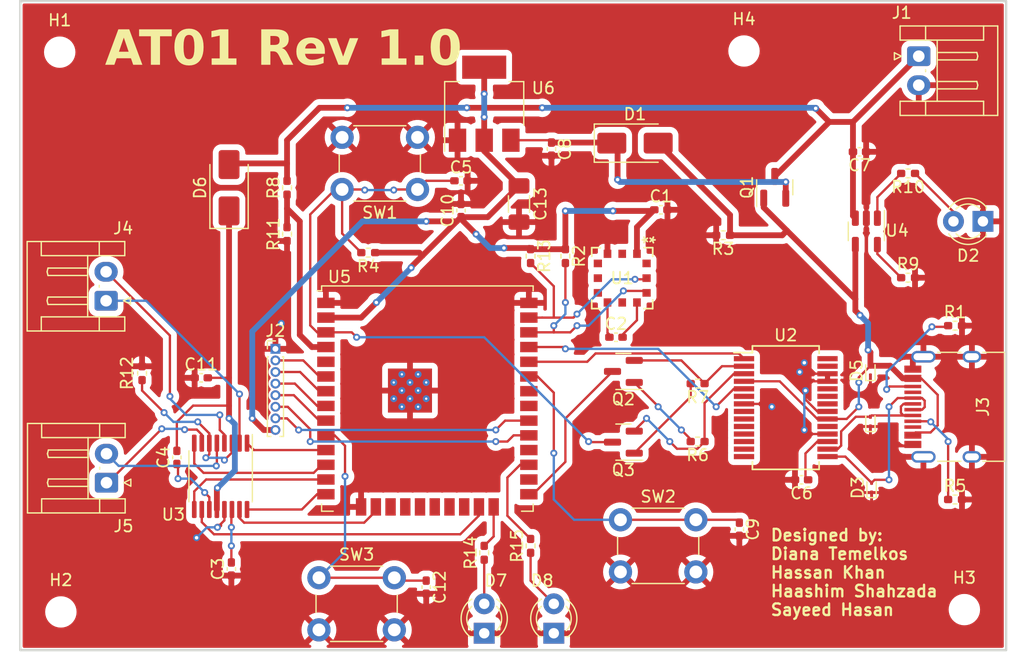
<source format=kicad_pcb>
(kicad_pcb (version 20221018) (generator pcbnew)
  (layers (0 "F.Cu" signal) (31 "B.Cu" signal) (34 "B.Paste" user) (35 "F.Paste" user) (36 "B.SilkS" user "B.Silkscreen") (37 "F.SilkS" user "F.Silkscreen") (38 "B.Mask" user) (39 "F.Mask" user) (44 "Edge.Cuts" user))
  (net 0 "")
  (net 1 "GND")
  (net 2 "Net-(U1-VO-)")
  (net 3 "Net-(U1-VO+)")
  (net 4 "Net-(U3-VINT)")
  (net 5 "Net-(U3-VCP)")
  (net 6 "3V3")
  (net 7 "Net-(U2-3V3OUT)")
  (net 8 "Net-(D1-K)")
  (net 9 "VBUS")
  (net 10 "Net-(D2-A)")
  (net 11 "Net-(U4-PROG)")
  (net 12 "Net-(U4-STAT)")
  (net 13 "Net-(U3-AISEN)")
  (net 20 "Net-(D6-K)")
  (net 21 "EN")
  (net 22 "VBAT")
  (net 23 "Net-(D3-A2)")
  (net 36 "Net-(D4-A2)")
  (net 37 "MOSI")
  (net 38 "SCK")
  (net 39 "CS")
  (net 40 "DC_SCREEN")
  (net 41 "RST_SCREEN")
  (net 42 "BL_SCREEN")
  (net 43 "Net-(Q2-S)")
  (net 44 "GPIO0")
  (net 45 "Net-(Q3-S)")
  (net 46 "SCL")
  (net 47 "SDA")
  (net 48 "RXD0")
  (net 54 "TXD0")
  (net 55 "DRV_SLEEP")
  (net 56 "DRV_FAULT")
  (net 57 "SOLENOID_PIN_1")
  (net 58 "SOLENOID_PIN_2")
  (net 60 "MOTOR_PIN_2")
  (net 61 "Net-(J3-CC1)")
  (net 62 "MOTOR_PIN_1")
  (net 63 "Net-(J3-CC2)")
  (net 64 "Net-(Q2-G)")
  (net 65 "Net-(Q3-G)")
  (net 71 "Net-(U5-IO21)")
  (net 72 "Net-(U5-IO25)")
  (net 73 "Net-(D7-A)")
  (net 74 "Net-(D8-A)")
  (net 75 "Net-(J4-Pin_1)")
  (net 76 "Net-(J4-Pin_2)")
  (net 77 "Net-(J5-Pin_1)")
  (net 78 "Net-(J5-Pin_2)")
  (net 79 "Net-(U5-SENSOR_VP)")
  (net 80 "Net-(U5-IO2)")
  (net 81 "Net-(U5-IO16)")
  (footprint "Package_TO_SOT_SMD:SOT-23" (layer "F.Cu") (at 170.05 88.0625 90)
    (fp_text reference "Q1")
    (fp_text value "DMG2301L")
  )
  (footprint "MountingHole:MountingHole_2.2mm_M2_ISO7380" (layer "F.Cu") (at 186.4 124.5)
    (fp_text reference "H3")
    (fp_text value "MountingHole")
  )
  (footprint "Package_TO_SOT_SMD:SOT-23" (layer "F.Cu") (at 157 110.05 180)
    (fp_text reference "Q3")
    (fp_text value "2N7002")
  )
  (footprint "Connector_JST:JST_EH_S2B-EH_1x02_P2.50mm_Horizontal" (layer "F.Cu") (at 112.4325 113.55 90)
    (fp_text reference "J5")
    (fp_text value "Solenoid Valve Connector")
  )
  (footprint "LED_THT:LED_D3.0mm" (layer "F.Cu") (at 151 126.54 90)
    (fp_text reference "D8")
    (fp_text value "LED")
  )
  (footprint "Capacitor_SMD:C_0402_1005Metric_Pad0.74x0.62mm_HandSolder" (layer "F.Cu") (at 123.2 121 90)
    (fp_text reference "C3")
    (fp_text value "2.2uF")
  )
  (footprint "Resistor_SMD:R_0402_1005Metric_Pad0.72x0.64mm_HandSolder" (layer "F.Cu") (at 165.6 92.2 180)
    (fp_text reference "R3")
    (fp_text value "100K")
  )
  (footprint "Resistor_SMD:R_0402_1005Metric_Pad0.72x0.64mm_HandSolder" (layer "F.Cu") (at 145 119.5975 90)
    (fp_text reference "R14")
    (fp_text value "5.1K")
  )
  (footprint "Package_TO_SOT_SMD:SOT-223-3_TabPin2" (layer "F.Cu") (at 145 80.85 90)
    (fp_text reference "U6")
    (fp_text value "LM1117MP-3.3")
  )
  (footprint "Connector_JST:JST_EH_S2B-EH_1x02_P2.50mm_Horizontal" (layer "F.Cu") (at 182.4675 76.75 -90)
    (fp_text reference "J1")
    (fp_text value "JST Connector")
  )
  (footprint "Package_TO_SOT_SMD:SOT-23-5" (layer "F.Cu") (at 177.95 91.8625 -90)
    (fp_text reference "U4")
    (fp_text value "MCP73831-2-OT")
  )
  (footprint "Capacitor_SMD:C_0402_1005Metric_Pad0.74x0.62mm_HandSolder" (layer "F.Cu") (at 167 117.5675 -90)
    (fp_text reference "C9")
    (fp_text value "1uF")
  )
  (footprint "MPRLS0025PA00001A:MPRLS_HNW" (layer "F.Cu") (at 156.900055 95.900002 -90)
    (fp_text reference "U1")
    (fp_text value "MPRLS0025PA00001A")
  )
  (footprint "Capacitor_SMD:C_0402_1005Metric_Pad0.74x0.62mm_HandSolder" (layer "F.Cu") (at 177.3625 85 180)
    (fp_text reference "C7")
    (fp_text value "4.7uF")
  )
  (footprint "LED_THT:LED_D3.0mm" (layer "F.Cu") (at 145 126.54 90)
    (fp_text reference "D7")
    (fp_text value "LED")
  )
  (footprint "RF_Module:ESP32-WROOM-32U" (layer "F.Cu") (at 140.1 106.29)
    (fp_text reference "U5")
    (fp_text value "ESP32-WROOM-32")
  )
  (footprint "Capacitor_SMD:C_0402_1005Metric_Pad0.74x0.62mm_HandSolder" (layer "F.Cu") (at 156.3625 101)
    (fp_text reference "C2")
    (fp_text value "1nF")
  )
  (footprint "Capacitor_SMD:C_0402_1005Metric_Pad0.74x0.62mm_HandSolder" (layer "F.Cu") (at 118.5 111.3675 90)
    (fp_text reference "C4")
    (fp_text value "0.01uF")
  )
  (footprint "Capacitor_SMD:C_0402_1005Metric_Pad0.74x0.62mm_HandSolder" (layer "F.Cu") (at 150.8 84.7675 -90)
    (fp_text reference "C8")
    (fp_text value "10uF")
  )
  (footprint "Package_TO_SOT_SMD:SOT-23" (layer "F.Cu") (at 157 103.95 180)
    (fp_text reference "Q2")
    (fp_text value "2N7002")
  )
  (footprint "Diode_SMD:D_SOD-923" (layer "F.Cu") (at 178.3 108.28 90)
    (fp_text reference "D4" hide)
    (fp_text value "ESD9B3.3ST5G")
  )
  (footprint "Diode_SMD:D_SMA" (layer "F.Cu") (at 123 88.1 90)
    (fp_text reference "D6")
    (fp_text value "B120-E3")
  )
  (footprint "Resistor_SMD:R_0402_1005Metric_Pad0.72x0.64mm_HandSolder" (layer "F.Cu") (at 128 92.1 90)
    (fp_text reference "R11")
    (fp_text value "10K")
  )
  (footprint "Capacitor_SMD:C_0402_1005Metric_Pad0.74x0.62mm_HandSolder" (layer "F.Cu") (at 120.6 104.5)
    (fp_text reference "C11")
    (fp_text value "10uF")
  )
  (footprint "Resistor_SMD:R_0402_1005Metric_Pad0.72x0.64mm_HandSolder" (layer "F.Cu") (at 181.5475 95.8625)
    (fp_text reference "R9")
    (fp_text value "5.1K")
  )
  (footprint "LED_THT:LED_D3.0mm" (layer "F.Cu") (at 188 91 180)
    (fp_text reference "D2")
    (fp_text value "LED")
  )
  (footprint "Button_Switch_THT:SW_PUSH_6mm" (layer "F.Cu") (at 139.25 88.25 180)
    (fp_text reference "SW1")
    (fp_text value "SW_Push")
  )
  (footprint "Capacitor_SMD:C_0402_1005Metric_Pad0.74x0.62mm_HandSolder" (layer "F.Cu") (at 143 90.0675 90)
    (fp_text reference "C10")
    (fp_text value "100uF")
  )
  (footprint "Capacitor_SMD:C_0402_1005Metric_Pad0.74x0.62mm_HandSolder" (layer "F.Cu") (at 160.2325 90)
    (fp_text reference "C1")
    (fp_text value "0.1uF")
  )
  (footprint "Capacitor_SMD:C_0402_1005Metric_Pad0.74x0.62mm_HandSolder" (layer "F.Cu") (at 140 122.5675 -90)
    (fp_text reference "C12")
    (fp_text value "1uF")
  )
  (footprint "Resistor_SMD:R_0402_1005Metric_Pad0.72x0.64mm_HandSolder" (layer "F.Cu") (at 152 94 -90)
    (fp_text reference "R2")
    (fp_text value "2.2K")
  )
  (footprint "Resistor_SMD:R_0402_1005Metric_Pad0.72x0.64mm_HandSolder" (layer "F.Cu") (at 185.5975 100)
    (fp_text reference "R1")
    (fp_text value "5.1K")
  )
  (footprint "Diode_SMD:D_SOD-923" (layer "F.Cu") (at 178.4 113.98 90)
    (fp_text reference "D3")
    (fp_text value "ESD9B3.3ST5G")
  )
  (footprint "Connector_USB:USB_C_Receptacle_HRO_TYPE-C-31-M-12" (layer "F.Cu") (at 186 107 90)
    (fp_text reference "J3")
    (fp_text value "USB_C_Receptacle_USB2.0")
  )
  (footprint "Resistor_SMD:R_0402_1005Metric_Pad0.72x0.64mm_HandSolder" (layer "F.Cu") (at 163.4025 105 180)
    (fp_text reference "R7")
    (fp_text value "5.1K")
  )
  (footprint "Button_Switch_THT:SW_PUSH_6mm" (layer "F.Cu") (at 156.75 116.75)
    (fp_text reference "SW2")
    (fp_text value "SW_Push")
  )
  (footprint "Resistor_SMD:R_0402_1005Metric_Pad0.72x0.64mm_HandSolder" (layer "F.Cu") (at 149 119 90)
    (fp_text reference "R15")
    (fp_text value "5.1K")
  )
  (footprint "MountingHole:MountingHole_2.2mm_M2_ISO7380" (layer "F.Cu") (at 167.4 76.3)
    (fp_text reference "H4")
    (fp_text value "MountingHole")
  )
  (footprint "Resistor_SMD:R_0402_1005Metric_Pad0.72x0.64mm_HandSolder" (layer "F.Cu") (at 115.5 104.1 -90)
    (fp_text reference "R12")
    (fp_text value "2.2K")
  )
  (footprint "Resistor_SMD:R_0402_1005Metric_Pad0.72x0.64mm_HandSolder" (layer "F.Cu") (at 135 93.7 180)
    (fp_text reference "R4")
    (fp_text value "10K")
  )
  (footprint "Resistor_SMD:R_0402_1005Metric_Pad0.72x0.64mm_HandSolder" (layer "F.Cu") (at 163.4025 110 180)
    (fp_text reference "R6")
    (fp_text value "5.1K")
  )
  (footprint "Capacitor_SMD:C_1206_3216Metric_Pad1.33x1.80mm_HandSolder" (layer "F.Cu") (at 148 89.5 -90)
    (fp_text reference "C13")
    (fp_text value "10uF")
  )
  (footprint "Package_SO:TSSOP-16_4.4x5mm_P0.65mm" (layer "F.Cu") (at 122.275 113 -90)
    (fp_text reference "U3")
    (fp_text value "DRV8833PW")
  )
  (footprint "Diode_SMD:D_SOD-923" (layer "F.Cu") (at 178.3 103.88 90)
    (fp_text reference "D5")
    (fp_text value "ESD9B3.3ST5G")
  )
  (footprint "Button_Switch_THT:SW_PUSH_6mm" (layer "F.Cu") (at 130.75 121.75)
    (fp_text reference "SW3")
    (fp_text value "SW_Push")
  )
  (footprint "Capacitor_SMD:C_0402_1005Metric_Pad0.74x0.62mm_HandSolder" (layer "F.Cu") (at 172.3625 113.3 180)
    (fp_text reference "C6")
    (fp_text value "10uF")
  )
  (footprint "MountingHole:MountingHole_2.2mm_M2_ISO7380" (layer "F.Cu") (at 108.4 76.4)
    (fp_text reference "H1")
    (fp_text value "MountingHole")
  )
  (footprint "Package_SO:SSOP-28_5.3x10.2mm_P0.65mm" (layer "F.Cu") (at 171 107.075)
    (fp_text reference "U2")
    (fp_text value "FT232RL")
  )
  (footprint "Resistor_SMD:R_0402_1005Metric_Pad0.72x0.64mm_HandSolder" (layer "F.Cu") (at 149 94 -90)
    (fp_text reference "R13")
    (fp_text value "2.2K")
  )
  (footprint "Capacitor_SMD:C_0402_1005Metric_Pad0.74x0.62mm_HandSolder" (layer "F.Cu") (at 143 87.5)
    (fp_text reference "C5")
    (fp_text value "1uF")
  )
  (footprint "MountingHole:MountingHole_2.2mm_M2_ISO7380" (layer "F.Cu") (at 108.5 124.7)
    (fp_text reference "H2")
    (fp_text value "MountingHole")
  )
  (footprint "Connector_PinHeader_1.00mm:PinHeader_1x08_P1.00mm_Vertical" (layer "F.Cu") (at 127 102)
    (fp_text reference "J2")
    (fp_text value "Conn_01x08")
  )
  (footprint "Diode_SMD:D_SMA" (layer "F.Cu") (at 158 84.25)
    (fp_text reference "D1")
    (fp_text value "B120-E3")
  )
  (footprint "Resistor_SMD:R_0402_1005Metric_Pad0.72x0.64mm_HandSolder" (layer "F.Cu") (at 185.5975 115)
    (fp_text reference "R5")
    (fp_text value "5.1K")
  )
  (footprint "Resistor_SMD:R_0402_1005Metric_Pad0.72x0.64mm_HandSolder" (layer "F.Cu") (at 181.5475 86.8625 180)
    (fp_text reference "R10")
    (fp_text value "5.1K")
  )
  (footprint "Connector_JST:JST_EH_S2B-EH_1x02_P2.50mm_Horizontal" (layer "F.Cu") (at 112.4 97.85 90)
    (fp_text reference "J4")
    (fp_text value "DC Pump Connector")
  )
  (footprint "Resistor_SMD:R_0402_1005Metric_Pad0.72x0.64mm_HandSolder" (layer "F.Cu") (at 128 88.1 90)
    (fp_text reference "R8")
    (fp_text value "20K")
  )
  (gr_rect (start 105 72) (end 190 128) (stroke (width 0.2)) (fill none) (layer "Edge.Cuts"))
  (gr_text "AT01 Rev 1.0" (at 112.3 78) (layer "F.SilkS") (effects (font (size 3 3) (thickness 0.2) bold) (justify left bottom)))
  (gr_text "Designed by:\nDiana Temelkos\nHassan Khan\nHaashim Shahzada\nSayeed Hasan" (at 169.6 125.1) (layer "F.SilkS") (effects (font (size 1 1) (thickness 0.2) bold) (justify left bottom)))
  (segment (start 127 100.3) (end 127.5 99.8) (width 0.2) (layer "F.Cu") (net 1))
  (segment (start 174.6 104.15) (end 173.55 104.15) (width 0.2) (layer "F.Cu") (net 1))
  (segment (start 172.7 105.6) (end 172.7 106.375) (width 0.2) (layer "F.Cu") (net 1))
  (segment (start 122.6 116.8) (end 122 117.4) (width 0.2) (layer "F.Cu") (net 1))
  (segment (start 169.55 106.75) (end 169.8 107) (width 0.2) (layer "F.Cu") (net 1))
  (segment (start 167.4 106.75) (end 169.55 106.75) (width 0.2) (layer "F.Cu") (net 1))
  (segment (start 173.55 104.15) (end 172.6 103.2) (width 0.2) (layer "F.Cu") (net 1))
  (segment (start 172.7 106.375) (end 173.725 107.4) (width 0.2) (layer "F.Cu") (net 1))
  (segment (start 173.725 107.4) (end 174.6 107.4) (width 0.2) (layer "F.Cu") (net 1))
  (segment (start 122.6 115.8625) (end 122.6 116.8) (width 0.2) (layer "F.Cu") (net 1))
  (segment (start 173 104.8) (end 172.2 104) (width 0.2) (layer "F.Cu") (net 1))
  (segment (start 127 102) (end 127 100.3) (width 0.2) (layer "F.Cu") (net 1))
  (segment (start 174.6 109.35) (end 172.95 109.35) (width 0.2) (layer "F.Cu") (net 1))
  (segment (start 174.6 104.8) (end 173 104.8) (width 0.2) (layer "F.Cu") (net 1))
  (segment (start 172.95 109.35) (end 172.6 109) (width 0.2) (layer "F.Cu") (net 1))
  (via (at 172.6 103.2) (size 0.6) (drill 0.3) (layers "F.Cu" "B.Cu") (net 1))
  (via (at 122 117.4) (size 0.6) (drill 0.3) (layers "F.Cu" "B.Cu") (net 1))
  (via (at 172.6 109) (size 0.6) (drill 0.3) (layers "F.Cu" "B.Cu") (net 1))
  (via (at 127.5 99.8) (size 0.6) (drill 0.3) (layers "F.Cu" "B.Cu") (net 1))
  (via (at 172.7 105.6) (size 0.6) (drill 0.3) (layers "F.Cu" "B.Cu") (net 1))
  (via (at 120.2 118.3) (size 0.6) (drill 0.3) (layers "F.Cu" "B.Cu") (net 1))
  (via (at 169.8 107) (size 0.6) (drill 0.3) (layers "F.Cu" "B.Cu") (net 1))
  (via (at 172.2 104) (size 0.6) (drill 0.3) (layers "F.Cu" "B.Cu") (net 1))
  (segment (start 172.6 109) (end 172.6 105.7) (width 0.2) (layer "B.Cu") (net 1))
  (segment (start 121.1 117.4) (end 120.2 118.3) (width 0.2) (layer "B.Cu") (net 1))
  (segment (start 172.6 105.7) (end 172.7 105.6) (width 0.2) (layer "B.Cu") (net 1))
  (segment (start 122 117.4) (end 121.1 117.4) (width 0.2) (layer "B.Cu") (net 1))
  (segment (start 155.630055 97.999947) (end 155.630055 100.605055) (width 0.2) (layer "F.Cu") (net 2))
  (segment (start 155.630055 100.605055) (end 156.025 101) (width 0.2) (layer "F.Cu") (net 2))
  (segment (start 158.170055 99.529945) (end 158.170055 97.999947) (width 0.2) (layer "F.Cu") (net 3))
  (segment (start 156.7 101) (end 158.170055 99.529945) (width 0.2) (layer "F.Cu") (net 3))
  (segment (start 123.2 117.4) (end 123.2 115.9125) (width 0.2) (layer "F.Cu") (net 4))
  (segment (start 123.2 115.9125) (end 123.25 115.8625) (width 0.2) (layer "F.Cu") (net 4))
  (segment (start 123.2 120.4325) (end 123.2 119) (width 0.2) (layer "F.Cu") (net 4))
  (via (at 123.2 117.4) (size 0.6) (drill 0.3) (layers "F.Cu" "B.Cu") (net 4))
  (via (at 123.2 119) (size 0.6) (drill 0.3) (layers "F.Cu" "B.Cu") (net 4))
  (segment (start 123.2 119) (end 123.2 117.4) (width 0.2) (layer "B.Cu") (net 4))
  (segment (start 121.3 115.8625) (end 121.3 114.8) (width 0.2) (layer "F.Cu") (net 5))
  (segment (start 118.6 113.2) (end 118.6 112.035) (width 0.2) (layer "F.Cu") (net 5))
  (segment (start 121.3 114.8) (end 120.9 114.4) (width 0.2) (layer "F.Cu") (net 5))
  (segment (start 118.6 112.035) (end 118.5 111.935) (width 0.2) (layer "F.Cu") (net 5))
  (via (at 118.6 113.2) (size 0.6) (drill 0.3) (layers "F.Cu" "B.Cu") (net 5))
  (via (at 120.9 114.4) (size 0.6) (drill 0.3) (layers "F.Cu" "B.Cu") (net 5))
  (segment (start 120.9 114.4) (end 119.7 113.2) (width 0.2) (layer "B.Cu") (net 5))
  (segment (start 119.7 113.2) (end 118.6 113.2) (width 0.2) (layer "B.Cu") (net 5))
  (segment (start 143 90.635) (end 143 90.8) (width 0.5) (layer "F.Cu") (net 6))
  (segment (start 156.1 90.1) (end 159.565 90.1) (width 0.5) (layer "F.Cu") (net 6))
  (segment (start 134.33 99.305) (end 134.395 99.305) (width 0.5) (layer "F.Cu") (net 6))
  (segment (start 143 90.635) (end 139.6675 93.9675) (width 0.5) (layer "F.Cu") (net 6))
  (segment (start 126 109) (end 125 108) (width 0.5) (layer "F.Cu") (net 6))
  (segment (start 139.4 93.7) (end 139.6675 93.9675) (width 0.5) (layer "F.Cu") (net 6))
  (segment (start 152 93.4025) (end 149 93.4025) (width 0.5) (layer "F.Cu") (net 6))
  (segment (start 148.8975 93.3) (end 149 93.4025) (width 0.5) (layer "F.Cu") (net 6))
  (segment (start 158.170055 93.800057) (end 158.170055 91.494945) (width 0.5) (layer "F.Cu") (net 6))
  (segment (start 152 93.4025) (end 152 90.1) (width 0.5) (layer "F.Cu") (net 6))
  (segment (start 142.635 91) (end 143 90.635) (width 0.5) (layer "F.Cu") (net 6))
  (segment (start 134.33 99.305) (end 131.35 99.305) (width 0.5) (layer "F.Cu") (net 6))
  (segment (start 140 91) (end 142.635 91) (width 0.5) (layer "F.Cu") (net 6))
  (segment (start 143 90.8) (end 144.3 92.1) (width 0.5) (layer "F.Cu") (net 6))
  (segment (start 148 87.9375) (end 145.3025 90.635) (width 0.5) (layer "F.Cu") (net 6))
  (segment (start 145.3025 90.635) (end 143 90.635) (width 0.5) (layer "F.Cu") (net 6))
  (segment (start 145 77.7) (end 145 80) (width 0.5) (layer "F.Cu") (net 6))
  (segment (start 146.7 93.3) (end 148.8975 93.3) (width 0.5) (layer "F.Cu") (net 6))
  (segment (start 145 84) (end 145 84.9375) (width 0.5) (layer "F.Cu") (net 6))
  (segment (start 159.565 90.1) (end 159.665 90) (width 0.5) (layer "F.Cu") (net 6))
  (segment (start 127 109) (end 126 109) (width 0.5) (layer "F.Cu") (net 6))
  (segment (start 145 82) (end 145 84) (width 0.5) (layer "F.Cu") (net 6))
  (segment (start 134.395 99.305) (end 135.7 98) (width 0.5) (layer "F.Cu") (net 6))
  (segment (start 145 84.9375) (end 148 87.9375) (width 0.5) (layer "F.Cu") (net 6))
  (segment (start 138.7 94.935) (end 139.6675 93.9675) (width 0.5) (layer "F.Cu") (net 6))
  (segment (start 138.7 95) (end 138.7 94.935) (width 0.5) (layer "F.Cu") (net 6))
  (segment (start 158.170055 91.494945) (end 159.665 90) (width 0.5) (layer "F.Cu") (net 6))
  (segment (start 135.5975 93.7) (end 139.4 93.7) (width 0.5) (layer "F.Cu") (net 6))
  (via (at 145 80) (size 0.6) (drill 0.3) (layers "F.Cu" "B.Cu") (net 6))
  (via (at 156.1 90.1) (size 0.6) (drill 0.3) (layers "F.Cu" "B.Cu") (net 6))
  (via (at 145 82) (size 0.6) (drill 0.3) (layers "F.Cu" "B.Cu") (net 6))
  (via (at 125 108) (size 0.6) (drill 0.3) (layers "F.Cu" "B.Cu") (net 6))
  (via (at 140 91) (size 0.6) (drill 0.3) (layers "F.Cu" "B.Cu") (net 6))
  (via (at 152 90.1) (size 0.6) (drill 0.3) (layers "F.Cu" "B.Cu") (net 6))
  (via (at 144.3 92.1) (size 0.6) (drill 0.3) (layers "F.Cu" "B.Cu") (net 6))
  (via (at 146.7 93.3) (size 0.6) (drill 0.3) (layers "F.Cu" "B.Cu") (net 6))
  (via (at 138.7 95) (size 0.6) (drill 0.3) (layers "F.Cu" "B.Cu") (net 6))
  (via (at 135.7 98) (size 0.6) (drill 0.3) (layers "F.Cu" "B.Cu") (net 6))
  (segment (start 145.5 93.3) (end 146.7 93.3) (width 0.5) (layer "B.Cu") (net 6))
  (segment (start 135.7 98) (end 138.7 95) (width 0.5) (layer "B.Cu") (net 6))
  (segment (start 144.3 92.1) (end 145.5 93.3) (width 0.5) (layer "B.Cu") (net 6))
  (segment (start 125 108) (end 125 100.5) (width 0.5) (layer "B.Cu") (net 6))
  (segment (start 145 80) (end 145 82) (width 0.5) (layer "B.Cu") (net 6))
  (segment (start 134.5 91) (end 140 91) (width 0.5) (layer "B.Cu") (net 6))
  (segment (start 125 100.5) (end 134.5 91) (width 0.5) (layer "B.Cu") (net 6))
  (segment (start 152 90.1) (end 156.1 90.1) (width 0.5) (layer "B.Cu") (net 6))
  (segment (start 174.6 110) (end 173.725 110) (width 0.2) (layer "F.Cu") (net 7))
  (segment (start 173.725 110) (end 172.7 111.025) (width 0.2) (layer "F.Cu") (net 7))
  (segment (start 172.7 111.025) (end 172.7 113.07) (width 0.2) (layer "F.Cu") (net 7))
  (segment (start 172.7 113.07) (end 172.93 113.3) (width 0.2) (layer "F.Cu") (net 7))
  (segment (start 147.3 84) (end 150.6 84) (width 0.2) (layer "F.Cu") (net 8))
  (segment (start 155.95 84.2) (end 156 84.25) (width 0.5) (layer "F.Cu") (net 8))
  (segment (start 150.6 84) (end 150.8 84.2) (width 0.2) (layer "F.Cu") (net 8))
  (segment (start 150.8 84.2) (end 155.95 84.2) (width 0.5) (layer "F.Cu") (net 8))
  (segment (start 156.5 84.75) (end 156 84.25) (width 0.5) (layer "F.Cu") (net 8))
  (segment (start 171 89) (end 171 87.6) (width 0.5) (layer "F.Cu") (net 8))
  (segment (start 156.5 87.4) (end 156.5 84.75) (width 0.5) (layer "F.Cu") (net 8))
  (via (at 156.5 87.4) (size 0.6) (drill 0.3) (layers "F.Cu" "B.Cu") (net 8))
  (via (at 171 87.6) (size 0.6) (drill 0.3) (layers "F.Cu" "B.Cu") (net 8))
  (segment (start 171 87.6) (end 156.7 87.6) (width 0.5) (layer "B.Cu") (net 8))
  (segment (start 156.7 87.6) (end 156.5 87.4) (width 0.5) (layer "B.Cu") (net 8))
  (segment (start 184.1 108.6) (end 183.485 109.215) (width 0.2) (layer "F.Cu") (net 9))
  (segment (start 174.6 108.05) (end 176.25 108.05) (width 0.2) (layer "F.Cu") (net 9))
  (segment (start 167.4 104.8) (end 170.475736 104.8) (width 0.2) (layer "F.Cu") (net 9))
  (segment (start 177 98.7) (end 177 97.7) (width 0.5) (layer "F.Cu") (net 9))
  (segment (start 170.475736 104.8) (end 173.725736 108.05) (width 0.2) (layer "F.Cu") (net 9))
  (segment (start 160 84.25) (end 166.1975 90.4475) (width 0.5) (layer "F.Cu") (net 9))
  (segment (start 178.3 102.3) (end 178.1 102.1) (width 0.5) (layer "F.Cu") (net 9))
  (segment (start 166.1975 92.2) (end 170.7 92.2) (width 0.5) (layer "F.Cu") (net 9))
  (segment (start 170.7 92.2) (end 171.1 91.8) (width 0.5) (layer "F.Cu") (net 9))
  (segment (start 181.955 104.55) (end 182.68 104.55) (width 0.2) (layer "F.Cu") (net 9))
  (segment (start 182.19 109.215) (end 181.955 109.45) (width 0.2) (layer "F.Cu") (net 9))
  (segment (start 169.1 89) (end 169.1 89.8) (width 0.5) (layer "F.Cu") (net 9))
  (segment (start 177.4 99.1) (end 177 98.7) (width 0.5) (layer "F.Cu") (net 9))
  (segment (start 180.003604 103.46) (end 181.093604 104.55) (width 0.5) (layer "F.Cu") (net 9))
  (segment (start 181.093604 104.55) (end 181.955 104.55) (width 0.5) (layer "F.Cu") (net 9))
  (segment (start 178.3 103.46) (end 178.3 102.3) (width 0.5) (layer "F.Cu") (net 9))
  (segment (start 184.1 105.97) (end 184.1 108.6) (width 0.2) (layer "F.Cu") (net 9))
  (segment (start 169.1 89.8) (end 171.1 91.8) (width 0.5) (layer "F.Cu") (net 9))
  (segment (start 166.1975 90.4475) (end 166.1975 92.2) (width 0.5) (layer "F.Cu") (net 9))
  (segment (start 182.68 104.55) (end 184.1 105.97) (width 0.2) (layer "F.Cu") (net 9))
  (segment (start 177.3 104.9) (end 177.3 104.46) (width 0.2) (layer "F.Cu") (net 9))
  (segment (start 183.485 109.215) (end 182.19 109.215) (width 0.2) (layer "F.Cu") (net 9))
  (segment (start 176.25 108.05) (end 177.3 107) (width 0.2) (layer "F.Cu") (net 9))
  (segment (start 177.3 104.46) (end 178.3 103.46) (width 0.2) (layer "F.Cu") (net 9))
  (segment (start 177 93) (end 177 97.7) (width 0.5) (layer "F.Cu") (net 9))
  (segment (start 171.1 91.8) (end 177 97.7) (width 0.5) (layer "F.Cu") (net 9))
  (segment (start 173.725736 108.05) (end 174.6 108.05) (width 0.2) (layer "F.Cu") (net 9))
  (segment (start 178.3 103.46) (end 180.003604 103.46) (width 0.5) (layer "F.Cu") (net 9))
  (via (at 177.4 99.1) (size 0.6) (drill 0.3) (layers "F.Cu" "B.Cu") (net 9))
  (via (at 178.1 102.1) (size 0.6) (drill 0.3) (layers "F.Cu" "B.Cu") (net 9))
  (via (at 177.3 107) (size 0.6) (drill 0.3) (layers "F.Cu" "B.Cu") (net 9))
  (via (at 177.3 104.9) (size 0.6) (drill 0.3) (layers "F.Cu" "B.Cu") (net 9))
  (segment (start 178.1 99.8) (end 177.4 99.1) (width 0.5) (layer "B.Cu") (net 9))
  (segment (start 178.1 102.1) (end 178.1 99.8) (width 0.5) (layer "B.Cu") (net 9))
  (segment (start 177.3 107) (end 177.3 104.9) (width 0.2) (layer "B.Cu") (net 9))
  (segment (start 182.145 86.8625) (end 185.46 90.1775) (width 0.2) (layer "F.Cu") (net 10))
  (segment (start 185.46 90.1775) (end 185.46 91) (width 0.2) (layer "F.Cu") (net 10))
  (segment (start 178.9 93.8125) (end 180.95 95.8625) (width 0.2) (layer "F.Cu") (net 11))
  (segment (start 178.9 93) (end 178.9 93.8125) (width 0.2) (layer "F.Cu") (net 11))
  (segment (start 178.9 88.9125) (end 180.95 86.8625) (width 0.2) (layer "F.Cu") (net 12))
  (segment (start 178.9 90.725) (end 178.9 88.9125) (width 0.2) (layer "F.Cu") (net 12))
  (segment (start 123.25 110.95) (end 123.25 110.1375) (width 0.2) (layer "F.Cu") (net 13))
  (segment (start 115.5 104.6975) (end 115.5 105.6) (width 0.2) (layer "F.Cu") (net 13))
  (segment (start 115.5 105.6) (end 117.4 107.5) (width 0.2) (layer "F.Cu") (net 13))
  (segment (start 121.3 110.1375) (end 121.3 111.1) (width 0.2) (layer "F.Cu") (net 13))
  (segment (start 120.3 108.3) (end 121.3 109.3) (width 0.2) (layer "F.Cu") (net 13))
  (segment (start 122.6 111.6) (end 123.25 110.95) (width 0.2) (layer "F.Cu") (net 13))
  (segment (start 121.3 109.3) (end 121.3 110.1375) (width 0.2) (layer "F.Cu") (net 13))
  (segment (start 121.3 111.1) (end 121 111.4) (width 0.2) (layer "F.Cu") (net 13))
  (via (at 122.6 111.6) (size 0.6) (drill 0.3) (layers "F.Cu" "B.Cu") (net 13))
  (via (at 120.3 108.3) (size 0.6) (drill 0.3) (layers "F.Cu" "B.Cu") (net 13))
  (via (at 121 111.4) (size 0.6) (drill 0.3) (layers "F.Cu" "B.Cu") (net 13))
  (via (at 117.4 107.5) (size 0.6) (drill 0.3) (layers "F.Cu" "B.Cu") (net 13))
  (segment (start 121 111.4) (end 122.4 111.4) (width 0.2) (layer "B.Cu") (net 13))
  (segment (start 122.4 111.4) (end 122.6 111.6) (width 0.2) (layer "B.Cu") (net 13))
  (segment (start 118.2 108.3) (end 120.3 108.3) (width 0.2) (layer "B.Cu") (net 13))
  (segment (start 117.4 107.5) (end 118.2 108.3) (width 0.2) (layer "B.Cu") (net 13))
  (segment (start 119.9 106.9) (end 123 106.9) (width 0.2) (layer "F.Cu") (net 20))
  (segment (start 121.95 114.05) (end 121.95 115.8625) (width 0.5) (layer "F.Cu") (net 20))
  (segment (start 118.5 110.8) (end 118.5 108.3) (width 0.2) (layer "F.Cu") (net 20))
  (segment (start 123 90.1) (end 123 104.5) (width 0.5) (layer "F.Cu") (net 20))
  (segment (start 118.5 108.3) (end 119.9 106.9) (width 0.2) (layer "F.Cu") (net 20))
  (segment (start 121.1675 104.5) (end 123 104.5) (width 0.2) (layer "F.Cu") (net 20))
  (segment (start 122 114) (end 121.95 114.05) (width 0.5) (layer "F.Cu") (net 20))
  (segment (start 123 104.5) (end 123 106.9) (width 0.5) (layer "F.Cu") (net 20))
  (segment (start 123 106.9) (end 123 108) (width 0.5) (layer "F.Cu") (net 20))
  (via (at 123 108) (size 0.6) (drill 0.3) (layers "F.Cu" "B.Cu") (net 20))
  (via (at 122 114) (size 0.6) (drill 0.3) (layers "F.Cu" "B.Cu") (net 20))
  (segment (start 123.5 108.5) (end 123.5 112.5) (width 0.5) (layer "B.Cu") (net 20))
  (segment (start 123 108) (end 123.5 108.5) (width 0.5) (layer "B.Cu") (net 20))
  (segment (start 123.5 112.5) (end 122 114) (width 0.5) (layer "B.Cu") (net 20))
  (segment (start 134.65 88.25) (end 134.7 88.3) (width 0.2) (layer "F.Cu") (net 21))
  (segment (start 140 87.5) (end 139.25 88.25) (width 0.2) (layer "F.Cu") (net 21))
  (segment (start 156.0625 110.05) (end 154.05 110.05) (width 0.2) (layer "F.Cu") (net 21))
  (segment (start 132.75 88.25) (end 134.65 88.25) (width 0.2) (layer "F.Cu") (net 21))
  (segment (start 131.35 100.575) (end 130.6 100.575) (width 0.2) (layer "F.Cu") (net 21))
  (segment (start 132.75 88.25) (end 132.75 92.0475) (width 0.2) (layer "F.Cu") (net 21))
  (segment (start 142.4325 87.5) (end 140 87.5) (width 0.2) (layer "F.Cu") (net 21))
  (segment (start 154.05 110.05) (end 154 110) (width 0.2) (layer "F.Cu") (net 21))
  (segment (start 137.2 88.3) (end 137.25 88.25) (width 0.2) (layer "F.Cu") (net 21))
  (segment (start 132.15 88.25) (end 132.75 88.25) (width 0.2) (layer "F.Cu") (net 21))
  (segment (start 137.25 88.25) (end 139.25 88.25) (width 0.2) (layer "F.Cu") (net 21))
  (segment (start 130 99.975) (end 130 90.4) (width 0.2) (layer "F.Cu") (net 21))
  (segment (start 133.575 100.575) (end 131.35 100.575) (width 0.2) (layer "F.Cu") (net 21))
  (segment (start 134 101) (end 133.575 100.575) (width 0.2) (layer "F.Cu") (net 21))
  (segment (start 130 90.4) (end 132.15 88.25) (width 0.2) (layer "F.Cu") (net 21))
  (segment (start 132.75 92.0475) (end 134.4025 93.7) (width 0.2) (layer "F.Cu") (net 21))
  (segment (start 130.6 100.575) (end 130 99.975) (width 0.2) (layer "F.Cu") (net 21))
  (via (at 137.2 88.3) (size 0.6) (drill 0.3) (layers "F.Cu" "B.Cu") (net 21))
  (via (at 134.7 88.3) (size 0.6) (drill 0.3) (layers "F.Cu" "B.Cu") (net 21))
  (via (at 134 101) (size 0.6) (drill 0.3) (layers "F.Cu" "B.Cu") (net 21))
  (via (at 154 110) (size 0.6) (drill 0.3) (layers "F.Cu" "B.Cu") (net 21))
  (segment (start 145 101) (end 134 101) (width 0.2) (layer "B.Cu") (net 21))
  (segment (start 134.7 88.3) (end 137.2 88.3) (width 0.2) (layer "B.Cu") (net 21))
  (segment (start 154 110) (end 145 101) (width 0.2) (layer "B.Cu") (net 21))
  (segment (start 130.8 81.2) (end 133.2 81.2) (width 0.5) (layer "F.Cu") (net 22))
  (segment (start 128 86) (end 123.1 86) (width 0.5) (layer "F.Cu") (net 22))
  (segment (start 174.7525 82.4225) (end 173.58 81.25) (width 0.5) (layer "F.Cu") (net 22))
  (segment (start 182.4675 76.75) (end 176.795 82.4225) (width 0.5) (layer "F.Cu") (net 22))
  (segment (start 130.75 81.25) (end 130.8 81.2) (width 0.5) (layer "F.Cu") (net 22))
  (segment (start 128 86) (end 128 87.3) (width 0.5) (layer "F.Cu") (net 22))
  (segment (start 174.7525 82.4225) (end 170.05 87.125) (width 0.5) (layer "F.Cu") (net 22))
  (segment (start 176.795 82.4225) (end 174.7525 82.4225) (width 0.5) (layer "F.Cu") (net 22))
  (segment (start 176.795 82.4225) (end 176.795 85) (width 0.5) (layer "F.Cu") (net 22))
  (segment (start 128 84) (end 128 86) (width 0.5) (layer "F.Cu") (net 22))
  (segment (start 176.795 90.52) (end 177 90.725) (width 0.5) (layer "F.Cu") (net 22))
  (segment (start 176.795 85) (end 176.795 90.52) (width 0.5) (layer "F.Cu") (net 22))
  (segment (start 130.75 81.25) (end 128 84) (width 0.5) (layer "F.Cu") (net 22))
  (segment (start 143.5 81.2) (end 150 81.2) (width 0.5) (layer "F.Cu") (net 22))
  (via (at 173.58 81.25) (size 0.6) (drill 0.3) (layers "F.Cu" "B.Cu") (net 22))
  (via (at 143.5 81.2) (size 0.6) (drill 0.3) (layers "F.Cu" "B.Cu") (net 22))
  (via (at 133.2 81.2) (size 0.6) (drill 0.3) (layers "F.Cu" "B.Cu") (net 22))
  (via (at 150 81.2) (size 0.6) (drill 0.3) (layers "F.Cu" "B.Cu") (net 22))
  (segment (start 173.53 81.2) (end 173.58 81.25) (width 0.5) (layer "B.Cu") (net 22))
  (segment (start 150 81.2) (end 173.53 81.2) (width 0.5) (layer "B.Cu") (net 22))
  (segment (start 133.2 81.2) (end 143.5 81.2) (width 0.5) (layer "B.Cu") (net 22))
  (segment (start 179.9 113.3) (end 178.66 113.3) (width 0.2) (layer "F.Cu") (net 23))
  (segment (start 174.6 111.3) (end 176.14 111.3) (width 0.2) (layer "F.Cu") (net 23))
  (segment (start 180.65 106.25) (end 179.9 107) (width 0.2) (layer "F.Cu") (net 23))
  (segment (start 182.754264 107.25) (end 181.955 107.25) (width 0.2) (layer "F.Cu") (net 23))
  (segment (start 181.955 106.25) (end 182.754264 106.25) (width 0.2) (layer "F.Cu") (net 23))
  (segment (start 178.66 113.3) (end 178.4 113.56) (width 0.2) (layer "F.Cu") (net 23))
  (segment (start 181.955 106.25) (end 180.65 106.25) (width 0.2) (layer "F.Cu") (net 23))
  (segment (start 182.754264 106.25) (end 182.98 106.475736) (width 0.2) (layer "F.Cu") (net 23))
  (segment (start 182.98 106.475736) (end 182.98 107.024264) (width 0.2) (layer "F.Cu") (net 23))
  (segment (start 176.14 111.3) (end 178.4 113.56) (width 0.2) (layer "F.Cu") (net 23))
  (segment (start 182.98 107.024264) (end 182.754264 107.25) (width 0.2) (layer "F.Cu") (net 23))
  (via (at 179.9 113.3) (size 0.6) (drill 0.3) (layers "F.Cu" "B.Cu") (net 23))
  (via (at 179.9 107) (size 0.6) (drill 0.3) (layers "F.Cu" "B.Cu") (net 23))
  (segment (start 179.9 107) (end 179.9 113.3) (width 0.2) (layer "B.Cu") (net 23))
  (segment (start 175.474264 110.65) (end 175.775 110.349264) (width 0.2) (layer "F.Cu") (net 36))
  (segment (start 181.155736 106.75) (end 180.93 106.975736) (width 0.2) (layer "F.Cu") (net 36))
  (segment (start 181.955 106.75) (end 181.155736 106.75) (width 0.2) (layer "F.Cu") (net 36))
  (segment (start 180.93 107.524264) (end 181.155736 107.75) (width 0.2) (layer "F.Cu") (net 36))
  (segment (start 175.775 109.125) (end 177.04 107.86) (width 0.2) (layer "F.Cu") (net 36))
  (segment (start 174.6 110.65) (end 175.474264 110.65) (width 0.2) (layer "F.Cu") (net 36))
  (segment (start 175.775 110.349264) (end 175.775 109.125) (width 0.2) (layer "F.Cu") (net 36))
  (segment (start 180.93 106.975736) (end 180.93 107.524264) (width 0.2) (layer "F.Cu") (net 36))
  (segment (start 178.41 107.75) (end 181.955 107.75) (width 0.2) (layer "F.Cu") (net 36))
  (segment (start 178.3 107.86) (end 178.41 107.75) (width 0.2) (layer "F.Cu") (net 36))
  (segment (start 181.155736 107.75) (end 181.955 107.75) (width 0.2) (layer "F.Cu") (net 36))
  (segment (start 177.04 107.86) (end 178.3 107.86) (width 0.2) (layer "F.Cu") (net 36))
  (segment (start 146 109) (end 146.805 108.195) (width 0.2) (layer "F.Cu") (net 37))
  (segment (start 127 108) (end 128 108) (width 0.2) (layer "F.Cu") (net 37))
  (segment (start 128 108) (end 129 109) (width 0.2) (layer "F.Cu") (net 37))
  (segment (start 146.805 108.195) (end 148.85 108.195) (width 0.2) (layer "F.Cu") (net 37))
  (via (at 129 109) (size 0.6) (drill 0.3) (layers "F.Cu" "B.Cu") (net 37))
  (via (at 146 109) (size 0.6) (drill 0.3) (layers "F.Cu" "B.Cu") (net 37))
  (segment (start 129 109) (end 146 109) (width 0.2) (layer "B.Cu") (net 37))
  (segment (start 128.060661 107) (end 127 107) (width 0.2) (layer "F.Cu") (net 38))
  (segment (start 130 108.939339) (end 128.060661 107) (width 0.2) (layer "F.Cu") (net 38))
  (segment (start 147 110) (end 146 110) (width 0.2) (layer "F.Cu") (net 38))
  (segment (start 130 110) (end 130 108.939339) (width 0.2) (layer "F.Cu") (net 38))
  (segment (start 147.535 109.465) (end 147 110) (width 0.2) (layer "F.Cu") (net 38))
  (segment (start 148.85 109.465) (end 147.535 109.465) (width 0.2) (layer "F.Cu") (net 38))
  (via (at 146 110) (size 0.6) (drill 0.3) (layers "F.Cu" "B.Cu") (net 38))
  (via (at 130 110) (size 0.6) (drill 0.3) (layers "F.Cu" "B.Cu") (net 38))
  (segment (start 146 110) (end 130 110) (width 0.2) (layer "B.Cu") (net 38))
  (segment (start 131.35 106.925) (end 130.6 106.925) (width 0.2) (layer "F.Cu") (net 39))
  (segment (start 128.675 105) (end 127 105) (width 0.2) (layer "F.Cu") (net 39))
  (segment (start 130.6 106.925) (end 128.675 105) (width 0.2) (layer "F.Cu") (net 39))
  (segment (start 130.783604 108.195) (end 131.35 108.195) (width 0.2) (layer "F.Cu") (net 40))
  (segment (start 127 106) (end 128.588604 106) (width 0.2) (layer "F.Cu") (net 40))
  (segment (start 128.588604 106) (end 130.783604 108.195) (width 0.2) (layer "F.Cu") (net 40))
  (segment (start 130.783604 104.385) (end 131.35 104.385) (width 0.2) (layer "F.Cu") (net 41))
  (segment (start 127 103) (end 129.398604 103) (width 0.2) (layer "F.Cu") (net 41))
  (segment (start 129.398604 103) (end 130.783604 104.385) (width 0.2) (layer "F.Cu") (net 41))
  (segment (start 130.783604 105.655) (end 131.35 105.655) (width 0.2) (layer "F.Cu") (net 42))
  (segment (start 129.128604 104) (end 130.783604 105.655) (width 0.2) (layer "F.Cu") (net 42))
  (segment (start 127 104) (end 129.128604 104) (width 0.2) (layer "F.Cu") (net 42))
  (segment (start 157.9375 103) (end 162 103) (width 0.2) (layer "F.Cu") (net 43))
  (segment (start 167.4 103.5) (end 165.5 103.5) (width 0.2) (layer "F.Cu") (net 43))
  (segment (start 162 103) (end 164 105) (width 0.2) (layer "F.Cu") (net 43))
  (segment (start 165.5 103.5) (end 164 105) (width 0.2) (layer "F.Cu") (net 43))
  (segment (start 149.204264 114.545) (end 148.85 114.545) (width 0.2) (layer "F.Cu") (net 44))
  (segment (start 152 108.0125) (end 152 111.749264) (width 0.2) (layer "F.Cu") (net 44))
  (segment (start 152 111.749264) (end 149.204264 114.545) (width 0.2) (layer "F.Cu") (net 44))
  (segment (start 156.0625 103.95) (end 152 108.0125) (width 0.2) (layer "F.Cu") (net 44))
  (segment (start 157.9375 109.0625) (end 159 108) (width 0.2) (layer "F.Cu") (net 45))
  (segment (start 161 110) (end 161.62 110.62) (width 0.2) (layer "F.Cu") (net 45))
  (segment (start 166.525 104.15) (end 164 106.675) (width 0.2) (layer "F.Cu") (net 45))
  (segment (start 164 106.675) (end 164 110) (width 0.2) (layer "F.Cu") (net 45))
  (segment (start 157.9375 109.1) (end 157.9375 109.0625) (width 0.2) (layer "F.Cu") (net 45))
  (segment (start 167.4 104.15) (end 166.525 104.15) (width 0.2) (layer "F.Cu") (net 45))
  (segment (start 163.38 110.62) (end 164 110) (width 0.2) (layer "F.Cu") (net 45))
  (segment (start 161.62 110.62) (end 163.38 110.62) (width 0.2) (layer "F.Cu") (net 45))
  (via (at 161 110) (size 0.6) (drill 0.3) (layers "F.Cu" "B.Cu") (net 45))
  (via (at 159 108) (size 0.6) (drill 0.3) (layers "F.Cu" "B.Cu") (net 45))
  (segment (start 159 108) (end 161 110) (width 0.2) (layer "B.Cu") (net 45))
  (segment (start 157 97) (end 158.830051 97) (width 0.2) (layer "F.Cu") (net 46))
  (segment (start 151 100.575) (end 152.425 100.575) (width 0.2) (layer "F.Cu") (net 46))
  (segment (start 151 100) (end 151 100.575) (width 0.2) (layer "F.Cu") (net 46))
  (segment (start 152 94.5975) (end 152 98) (width 0.2) (layer "F.Cu") (net 46))
  (segment (start 148.85 100.575) (end 151 100.575) (width 0.2) (layer "F.Cu") (net 46))
  (segment (start 158.830051 97) (end 159.000053 97.170002) (width 0.2) (layer "F.Cu") (net 46))
  (segment (start 152.425 100.575) (end 153 100) (width 0.2) (layer "F.Cu") (net 46))
  (via (at 152 98) (size 0.6) (drill 0.3) (layers "F.Cu" "B.Cu") (net 46))
  (via (at 151 100) (size 0.6) (drill 0.3) (layers "F.Cu" "B.Cu") (net 46))
  (via (at 157 97) (size 0.6) (drill 0.3) (layers "F.Cu" "B.Cu") (net 46))
  (via (at 153 100) (size 0.6) (drill 0.3) (layers "F.Cu" "B.Cu") (net 46))
  (segment (start 154 100) (end 157 97) (width 0.2) (layer "B.Cu") (net 46))
  (segment (start 152 98) (end 152 99) (width 0.2) (layer "B.Cu") (net 46))
  (segment (start 152 99) (end 151 100) (width 0.2) (layer "B.Cu") (net 46))
  (segment (start 153 100) (end 154 100) (width 0.2) (layer "B.Cu") (net 46))
  (segment (start 153 99) (end 152.695 99.305) (width 0.2) (layer "F.Cu") (net 47))
  (segment (start 158.900055 96) (end 159.000053 95.900002) (width 0.2) (layer "F.Cu") (net 47))
  (segment (start 148.85 99.305) (end 150 99.305) (width 0.2) (layer "F.Cu") (net 47))
  (segment (start 152.695 99.305) (end 150 99.305) (width 0.2) (layer "F.Cu") (net 47))
  (segment (start 158 96) (end 158.900055 96) (width 0.2) (layer "F.Cu") (net 47))
  (segment (start 151 96.5975) (end 151 99.305) (width 0.2) (layer "F.Cu") (net 47))
  (segment (start 149 94.5975) (end 151 96.5975) (width 0.2) (layer "F.Cu") (net 47))
  (via (at 153 99) (size 0.6) (drill 0.3) (layers "F.Cu" "B.Cu") (net 47))
  (via (at 158 96) (size 0.6) (drill 0.3) (layers "F.Cu" "B.Cu") (net 47))
  (segment (start 156 96) (end 158 96) (width 0.2) (layer "B.Cu") (net 47))
  (segment (start 153 99) (end 156 96) (width 0.2) (layer "B.Cu") (net 47))
  (segment (start 153.885 103.115) (end 154.6 102.4) (width 0.2) (layer "F.Cu") (net 48))
  (segment (start 148.85 103.115) (end 153.885 103.115) (width 0.2) (layer "F.Cu") (net 48))
  (segment (start 154.6 102.4) (end 166.95 102.4) (width 0.2) (layer "F.Cu") (net 48))
  (segment (start 166.95 102.4) (end 167.4 102.85) (width 0.2) (layer "F.Cu") (net 48))
  (segment (start 167.4 105.45) (end 166.525 105.45) (width 0.2) (layer "F.Cu") (net 54))
  (segment (start 165 106.975) (end 165 107) (width 0.2) (layer "F.Cu") (net 54))
  (segment (start 152 102) (end 151.845 101.845) (width 0.2) (layer "F.Cu") (net 54))
  (segment (start 166.525 105.45) (end 165 106.975) (width 0.2) (layer "F.Cu") (net 54))
  (segment (start 151.845 101.845) (end 148.85 101.845) (width 0.2) (layer "F.Cu") (net 54))
  (via (at 152 102) (size 0.6) (drill 0.3) (layers "F.Cu" "B.Cu") (net 54))
  (via (at 165 107) (size 0.6) (drill 0.3) (layers "F.Cu" "B.Cu") (net 54))
  (segment (start 160 102) (end 152 102) (width 0.2) (layer "B.Cu") (net 54))
  (segment (start 165 107) (end 160 102) (width 0.2) (layer "B.Cu") (net 54))
  (segment (start 125.1475 110.735) (end 131.35 110.735) (width 0.2) (layer "F.Cu") (net 55))
  (segment (start 124.55 110.1375) (end 125.1475 110.735) (width 0.2) (layer "F.Cu") (net 55))
  (segment (start 130.995736 112.005) (end 130.300736 112.7) (width 0.2) (layer "F.Cu") (net 56))
  (segment (start 120 111.9) (end 120 110.1375) (width 0.2) (layer "F.Cu") (net 56))
  (segment (start 120.8 112.7) (end 120 111.9) (width 0.2) (layer "F.Cu") (net 56))
  (segment (start 130.300736 112.7) (end 120.8 112.7) (width 0.2) (layer "F.Cu") (net 56))
  (segment (start 131.35 112.005) (end 130.995736 112.005) (width 0.2) (layer "F.Cu") (net 56))
  (segment (start 121.025 113.275) (end 131.35 113.275) (width 0.2) (layer "F.Cu") (net 57))
  (segment (start 120 114.3) (end 121.025 113.275) (width 0.2) (layer "F.Cu") (net 57))
  (segment (start 120 115.8625) (end 120 114.3) (width 0.2) (layer "F.Cu") (net 57))
  (segment (start 144.545 115.64) (end 144.545 116.39) (width 0.2) (layer "F.Cu") (net 58))
  (segment (start 121.7 118) (end 120.65 116.95) (width 0.2) (layer "F.Cu") (net 58))
  (segment (start 142.935 118) (end 121.7 118) (width 0.2) (layer "F.Cu") (net 58))
  (segment (start 144.545 116.39) (end 142.935 118) (width 0.2) (layer "F.Cu") (net 58))
  (segment (start 120.65 116.95) (end 120.65 115.8625) (width 0.2) (layer "F.Cu") (net 58))
  (segment (start 124.3 117) (end 123.9 116.6) (width 0.2) (layer "F.Cu") (net 60))
  (segment (start 134.649264 117) (end 124.3 117) (width 0.2) (layer "F.Cu") (net 60))
  (segment (start 123.9 116.6) (end 123.9 115.8625) (width 0.2) (layer "F.Cu") (net 60))
  (segment (start 135.655 115.64) (end 135.655 115.994264) (width 0.2) (layer "F.Cu") (net 60))
  (segment (start 135.655 115.994264) (end 134.649264 117) (width 0.2) (layer "F.Cu") (net 60))
  (segment (start 185 110) (end 185 115) (width 0.2) (layer "F.Cu") (net 61))
  (segment (start 183.45 108.25) (end 183.5 108.3) (width 0.2) (layer "F.Cu") (net 61))
  (segment (start 181.955 108.25) (end 183.45 108.25) (width 0.2) (layer "F.Cu") (net 61))
  (via (at 183.5 108.3) (size 0.6) (drill 0.3) (layers "F.Cu" "B.Cu") (net 61))
  (via (at 185 110) (size 0.6) (drill 0.3) (layers "F.Cu" "B.Cu") (net 61))
  (segment (start 183.5 108.3) (end 185 109.8) (width 0.2) (layer "B.Cu") (net 61))
  (segment (start 185 109.8) (end 185 110) (width 0.2) (layer "B.Cu") (net 61))
  (segment (start 129.275 115.8625) (end 124.55 115.8625) (width 0.2) (layer "F.Cu") (net 62))
  (segment (start 131.35 114.545) (end 130.5925 114.545) (width 0.2) (layer "F.Cu") (net 62))
  (segment (start 130.5925 114.545) (end 129.275 115.8625) (width 0.2) (layer "F.Cu") (net 62))
  (segment (start 183.6 100.1) (end 184.9 100.1) (width 0.2) (layer "F.Cu") (net 63))
  (segment (start 179.95 105.25) (end 179.7 105.5) (width 0.2) (layer "F.Cu") (net 63))
  (segment (start 184.9 100.1) (end 185 100) (width 0.2) (layer "F.Cu") (net 63))
  (segment (start 181.955 105.25) (end 179.95 105.25) (width 0.2) (layer "F.Cu") (net 63))
  (via (at 183.6 100.1) (size 0.6) (drill 0.3) (layers "F.Cu" "B.Cu") (net 63))
  (via (at 179.7 105.5) (size 0.6) (drill 0.3) (layers "F.Cu" "B.Cu") (net 63))
  (segment (start 179.7 104) (end 183.6 100.1) (width 0.2) (layer "B.Cu") (net 63))
  (segment (start 179.7 105.5) (end 179.7 104) (width 0.2) (layer "B.Cu") (net 63))
  (segment (start 162.805 110) (end 162.805 109.805) (width 0.2) (layer "F.Cu") (net 64))
  (segment (start 162.805 109.805) (end 162 109) (width 0.2) (layer "F.Cu") (net 64))
  (segment (start 160 106.9625) (end 157.9375 104.9) (width 0.2) (layer "F.Cu") (net 64))
  (segment (start 160 107) (end 160 106.9625) (width 0.2) (layer "F.Cu") (net 64))
  (via (at 162 109) (size 0.6) (drill 0.3) (layers "F.Cu" "B.Cu") (net 64))
  (via (at 160 107) (size 0.6) (drill 0.3) (layers "F.Cu" "B.Cu") (net 64))
  (segment (start 162 109) (end 160 107) (width 0.2) (layer "B.Cu") (net 64))
  (segment (start 162.805 106.1325) (end 157.9375 111) (width 0.2) (layer "F.Cu") (net 65))
  (segment (start 162.805 105) (end 162.805 106.1325) (width 0.2) (layer "F.Cu") (net 65))
  (segment (start 149.6 104.385) (end 151 105.785) (width 0.2) (layer "F.Cu") (net 71))
  (segment (start 163.25 116.75) (end 166.75 116.75) (width 0.2) (layer "F.Cu") (net 71))
  (segment (start 148.85 104.385) (end 149.6 104.385) (width 0.2) (layer "F.Cu") (net 71))
  (segment (start 156.75 116.75) (end 163.25 116.75) (width 0.2) (layer "F.Cu") (net 71))
  (segment (start 151 105.785) (end 151 111) (width 0.2) (layer "F.Cu") (net 71))
  (segment (start 166.75 116.75) (end 167 117) (width 0.2) (layer "F.Cu") (net 71))
  (via (at 151 111) (size 0.6) (drill 0.3) (layers "F.Cu" "B.Cu") (net 71))
  (segment (start 151 115) (end 152.75 116.75) (width 0.2) (layer "B.Cu") (net 71))
  (segment (start 151 111) (end 151 115) (width 0.2) (layer "B.Cu") (net 71))
  (segment (start 152.75 116.75) (end 156.75 116.75) (width 0.2) (layer "B.Cu") (net 71))
  (segment (start 130.75 121.75) (end 137.25 121.75) (width 0.2) (layer "F.Cu") (net 72))
  (segment (start 137.5 122) (end 137.25 121.75) (width 0.2) (layer "F.Cu") (net 72))
  (segment (start 140 122) (end 137.5 122) (width 0.2) (layer "F.Cu") (net 72))
  (segment (start 132.1 109.465) (end 133 110.365) (width 0.2) (layer "F.Cu") (net 72))
  (segment (start 133 110.365) (end 133 113) (width 0.2) (layer "F.Cu") (net 72))
  (segment (start 131.35 109.465) (end 132.1 109.465) (width 0.2) (layer "F.Cu") (net 72))
  (via (at 133 113) (size 0.6) (drill 0.3) (layers "F.Cu" "B.Cu") (net 72))
  (segment (start 133 119.5) (end 130.75 121.75) (width 0.2) (layer "B.Cu") (net 72))
  (segment (start 133 113) (end 133 119.5) (width 0.2) (layer "B.Cu") (net 72))
  (segment (start 145 120.195) (end 145 124) (width 0.2) (layer "F.Cu") (net 73))
  (segment (start 149 119.5975) (end 149 122) (width 0.2) (layer "F.Cu") (net 74))
  (segment (start 149 122) (end 151 124) (width 0.2) (layer "F.Cu") (net 74))
  (segment (start 123.9 110.1375) (end 123.9 105.9) (width 0.2) (layer "F.Cu") (net 75))
  (via (at 123.9 105.9) (size 0.6) (drill 0.3) (layers "F.Cu" "B.Cu") (net 75))
  (segment (start 112.4 97.85) (end 115.85 97.85) (width 0.2) (layer "B.Cu") (net 75))
  (segment (start 115.85 97.85) (end 123.9 105.9) (width 0.2) (layer "B.Cu") (net 75))
  (segment (start 122.2 109) (end 122.6 109.4) (width 0.2) (layer "F.Cu") (net 76))
  (segment (start 122.6 109.4) (end 122.6 110.1375) (width 0.2) (layer "F.Cu") (net 76))
  (segment (start 112.4 95.35) (end 117.9 100.85) (width 0.2) (layer "F.Cu") (net 76))
  (segment (start 122.2 107.7) (end 122.2 109) (width 0.2) (layer "F.Cu") (net 76))
  (segment (start 117.9 100.85) (end 117.9 106.1) (width 0.2) (layer "F.Cu") (net 76))
  (via (at 122.2 107.7) (size 0.6) (drill 0.3) (layers "F.Cu" "B.Cu") (net 76))
  (via (at 117.9 106.1) (size 0.6) (drill 0.3) (layers "F.Cu" "B.Cu") (net 76))
  (segment (start 117.9 106.1) (end 117.9 106.3) (width 0.2) (layer "B.Cu") (net 76))
  (segment (start 119.3 107.7) (end 122.2 107.7) (width 0.2) (layer "B.Cu") (net 76))
  (segment (start 117.9 106.3) (end 119.3 107.7) (width 0.2) (layer "B.Cu") (net 76))
  (segment (start 119.169892 108.969892) (end 120.219892 108.969892) (width 0.2) (layer "F.Cu") (net 77))
  (segment (start 120.65 109.4) (end 120.65 110.1375) (width 0.2) (layer "F.Cu") (net 77))
  (segment (start 120.219892 108.969892) (end 120.65 109.4) (width 0.2) (layer "F.Cu") (net 77))
  (segment (start 112.55 113.55) (end 117.2 108.9) (width 0.2) (layer "F.Cu") (net 77))
  (segment (start 112.4325 113.55) (end 112.55 113.55) (width 0.2) (layer "F.Cu") (net 77))
  (via (at 117.2 108.9) (size 0.6) (drill 0.3) (layers "F.Cu" "B.Cu") (net 77))
  (via (at 119.169892 108.969892) (size 0.6) (drill 0.3) (layers "F.Cu" "B.Cu") (net 77))
  (segment (start 117.2 108.9) (end 119.1 108.9) (width 0.2) (layer "B.Cu") (net 77))
  (segment (start 119.1 108.9) (end 119.169892 108.969892) (width 0.2) (layer "B.Cu") (net 77))
  (segment (start 121.95 110.1375) (end 121.95 112.0505) (width 0.2) (layer "F.Cu") (net 78))
  (segment (start 121.95 112.0505) (end 121.9 112.1005) (width 0.2) (layer "F.Cu") (net 78))
  (via (at 121.9 112.1005) (size 0.6) (drill 0.3) (layers "F.Cu" "B.Cu") (net 78))
  (segment (start 113.4825 112.1) (end 112.4325 111.05) (width 0.2) (layer "B.Cu") (net 78))
  (segment (start 121.9 112.1005) (end 121.8995 112.1) (width 0.2) (layer "B.Cu") (net 78))
  (segment (start 121.8995 112.1) (end 113.4825 112.1) (width 0.2) (layer "B.Cu") (net 78))
  (segment (start 131.35 101.845) (end 130.145 101.845) (width 0.5) (layer "F.Cu") (net 79))
  (segment (start 130.145 101.845) (end 129.1 100.8) (width 0.5) (layer "F.Cu") (net 79))
  (segment (start 129.1 100.8) (end 129.1 91) (width 0.5) (layer "F.Cu") (net 79))
  (segment (start 128 88.6975) (end 128 89.9) (width 0.5) (layer "F.Cu") (net 79))
  (segment (start 128 89.9) (end 128 91.5025) (width 0.5) (layer "F.Cu") (net 79))
  (segment (start 129.1 91) (end 128 89.9) (width 0.5) (layer "F.Cu") (net 79))
  (segment (start 145.815 115.64) (end 145.815 118.185) (width 0.2) (layer "F.Cu") (net 80))
  (segment (start 145.815 118.185) (end 145 119) (width 0.2) (layer "F.Cu") (net 80))
  (segment (start 148.1 112.005) (end 147 113.105) (width 0.2) (layer "F.Cu") (net 81))
  (segment (start 147 113.105) (end 147 116.4025) (width 0.2) (layer "F.Cu") (net 81))
  (segment (start 148.85 112.005) (end 148.1 112.005) (width 0.2) (layer "F.Cu") (net 81))
  (segment (start 147 116.4025) (end 149 118.4025) (width 0.2) (layer "F.Cu") (net 81))
  (zone (net 1) (net_name "GND") (layer "F.Cu") (connect_pads (clearance 0.5)) (min_thickness 0.25) (fill yes (thermal_gap 0.5) (thermal_bridge_width 0.5))
    (polygon (pts (xy 105 72) (xy 105 128) (xy 190 128) (xy 190 72)))
  )
)
</source>
